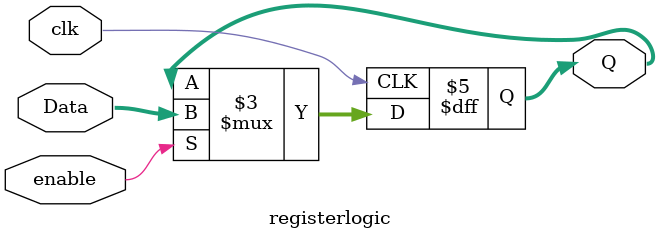
<source format=v>
`timescale 1ns / 1ps


module registerlogic(
    
    input clk,
    input enable,
    input [4:0] Data,
    output reg [4:0] Q
    
    );
    
    always @ (posedge clk) begin
        if(enable) begin
            Q = Data;
            end
            end
endmodule

</source>
